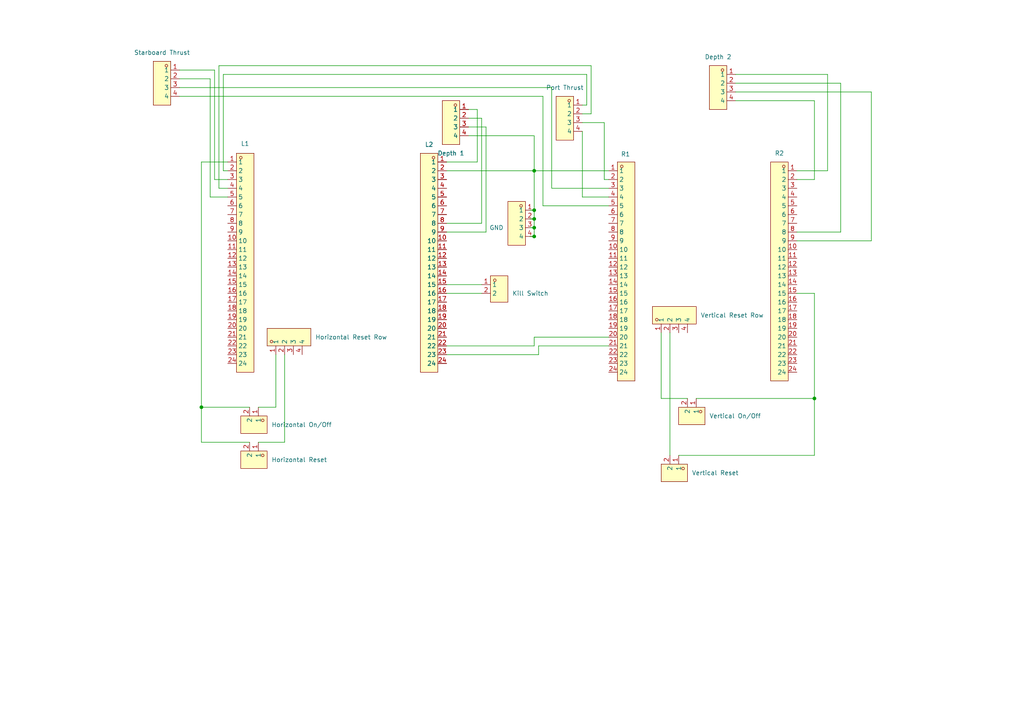
<source format=kicad_sch>
(kicad_sch
	(version 20231120)
	(generator "eeschema")
	(generator_version "8.0")
	(uuid "f2aa7725-fbe5-4131-9e57-ba21f9dfa918")
	(paper "A4")
	(lib_symbols
		(symbol "easyeda2kicad:2.54-1*4P母"
			(exclude_from_sim no)
			(in_bom yes)
			(on_board yes)
			(property "Reference" "H"
				(at 0 8.89 0)
				(effects
					(font
						(size 1.27 1.27)
					)
				)
			)
			(property "Value" "2.54-1*4P母"
				(at 0 -8.89 0)
				(effects
					(font
						(size 1.27 1.27)
					)
				)
			)
			(property "Footprint" "easyeda2kicad:HDR-TH_4P-P2.54-V-F"
				(at 0 -11.43 0)
				(effects
					(font
						(size 1.27 1.27)
					)
					(hide yes)
				)
			)
			(property "Datasheet" ""
				(at 0 0 0)
				(effects
					(font
						(size 1.27 1.27)
					)
					(hide yes)
				)
			)
			(property "Description" ""
				(at 0 0 0)
				(effects
					(font
						(size 1.27 1.27)
					)
					(hide yes)
				)
			)
			(property "LCSC Part" "C2718488"
				(at 0 -13.97 0)
				(effects
					(font
						(size 1.27 1.27)
					)
					(hide yes)
				)
			)
			(symbol "2.54-1*4P母_0_1"
				(rectangle
					(start -2.54 6.35)
					(end 2.54 -6.35)
					(stroke
						(width 0)
						(type default)
					)
					(fill
						(type background)
					)
				)
				(circle
					(center -1.27 5.08)
					(radius 0.38)
					(stroke
						(width 0)
						(type default)
					)
					(fill
						(type none)
					)
				)
				(pin unspecified line
					(at -5.08 3.81 0)
					(length 2.54)
					(name "1"
						(effects
							(font
								(size 1.27 1.27)
							)
						)
					)
					(number "1"
						(effects
							(font
								(size 1.27 1.27)
							)
						)
					)
				)
				(pin unspecified line
					(at -5.08 1.27 0)
					(length 2.54)
					(name "2"
						(effects
							(font
								(size 1.27 1.27)
							)
						)
					)
					(number "2"
						(effects
							(font
								(size 1.27 1.27)
							)
						)
					)
				)
				(pin unspecified line
					(at -5.08 -1.27 0)
					(length 2.54)
					(name "3"
						(effects
							(font
								(size 1.27 1.27)
							)
						)
					)
					(number "3"
						(effects
							(font
								(size 1.27 1.27)
							)
						)
					)
				)
				(pin unspecified line
					(at -5.08 -3.81 0)
					(length 2.54)
					(name "4"
						(effects
							(font
								(size 1.27 1.27)
							)
						)
					)
					(number "4"
						(effects
							(font
								(size 1.27 1.27)
							)
						)
					)
				)
			)
		)
		(symbol "easyeda2kicad:2510-4A"
			(exclude_from_sim no)
			(in_bom yes)
			(on_board yes)
			(property "Reference" "CN"
				(at 0 8.89 0)
				(effects
					(font
						(size 1.27 1.27)
					)
				)
			)
			(property "Value" "2510-4A"
				(at 0 -8.89 0)
				(effects
					(font
						(size 1.27 1.27)
					)
				)
			)
			(property "Footprint" "easyeda2kicad:CONN-TH_4P-P2.54_CAX_2510-4A"
				(at 0 -11.43 0)
				(effects
					(font
						(size 1.27 1.27)
					)
					(hide yes)
				)
			)
			(property "Datasheet" ""
				(at 0 0 0)
				(effects
					(font
						(size 1.27 1.27)
					)
					(hide yes)
				)
			)
			(property "Description" ""
				(at 0 0 0)
				(effects
					(font
						(size 1.27 1.27)
					)
					(hide yes)
				)
			)
			(property "LCSC Part" "C2847671"
				(at 0 -13.97 0)
				(effects
					(font
						(size 1.27 1.27)
					)
					(hide yes)
				)
			)
			(symbol "2510-4A_0_1"
				(rectangle
					(start -2.54 6.35)
					(end 2.54 -6.35)
					(stroke
						(width 0)
						(type default)
					)
					(fill
						(type background)
					)
				)
				(circle
					(center -1.27 5.08)
					(radius 0.38)
					(stroke
						(width 0)
						(type default)
					)
					(fill
						(type none)
					)
				)
				(pin unspecified line
					(at -5.08 3.81 0)
					(length 2.54)
					(name "1"
						(effects
							(font
								(size 1.27 1.27)
							)
						)
					)
					(number "1"
						(effects
							(font
								(size 1.27 1.27)
							)
						)
					)
				)
				(pin unspecified line
					(at -5.08 1.27 0)
					(length 2.54)
					(name "2"
						(effects
							(font
								(size 1.27 1.27)
							)
						)
					)
					(number "2"
						(effects
							(font
								(size 1.27 1.27)
							)
						)
					)
				)
				(pin unspecified line
					(at -5.08 -1.27 0)
					(length 2.54)
					(name "3"
						(effects
							(font
								(size 1.27 1.27)
							)
						)
					)
					(number "3"
						(effects
							(font
								(size 1.27 1.27)
							)
						)
					)
				)
				(pin unspecified line
					(at -5.08 -3.81 0)
					(length 2.54)
					(name "4"
						(effects
							(font
								(size 1.27 1.27)
							)
						)
					)
					(number "4"
						(effects
							(font
								(size 1.27 1.27)
							)
						)
					)
				)
			)
		)
		(symbol "easyeda2kicad:KF128-5.0-2P"
			(exclude_from_sim no)
			(in_bom yes)
			(on_board yes)
			(property "Reference" "U"
				(at 0 6.35 0)
				(effects
					(font
						(size 1.27 1.27)
					)
				)
			)
			(property "Value" "KF128-5.0-2P"
				(at 0 -6.35 0)
				(effects
					(font
						(size 1.27 1.27)
					)
				)
			)
			(property "Footprint" "easyeda2kicad:CONN-TH_P5.00_KF128-5.0-2P"
				(at 0 -8.89 0)
				(effects
					(font
						(size 1.27 1.27)
					)
					(hide yes)
				)
			)
			(property "Datasheet" "https://lcsc.com/product-detail/New-Quadratic-Unclassified-Data_Cixi-Kefa-Elec-KF128-5-0-2P_C474950.html"
				(at 0 -11.43 0)
				(effects
					(font
						(size 1.27 1.27)
					)
					(hide yes)
				)
			)
			(property "Description" ""
				(at 0 0 0)
				(effects
					(font
						(size 1.27 1.27)
					)
					(hide yes)
				)
			)
			(property "LCSC Part" "C474950"
				(at 0 -13.97 0)
				(effects
					(font
						(size 1.27 1.27)
					)
					(hide yes)
				)
			)
			(symbol "KF128-5.0-2P_0_1"
				(rectangle
					(start -2.54 3.81)
					(end 2.54 -3.81)
					(stroke
						(width 0)
						(type default)
					)
					(fill
						(type background)
					)
				)
				(circle
					(center -1.27 2.54)
					(radius 0.38)
					(stroke
						(width 0)
						(type default)
					)
					(fill
						(type none)
					)
				)
				(pin unspecified line
					(at -5.08 1.27 0)
					(length 2.54)
					(name "1"
						(effects
							(font
								(size 1.27 1.27)
							)
						)
					)
					(number "1"
						(effects
							(font
								(size 1.27 1.27)
							)
						)
					)
				)
				(pin unspecified line
					(at -5.08 -1.27 0)
					(length 2.54)
					(name "2"
						(effects
							(font
								(size 1.27 1.27)
							)
						)
					)
					(number "2"
						(effects
							(font
								(size 1.27 1.27)
							)
						)
					)
				)
			)
		)
		(symbol "easyeda2kicad:X6511FV-24-C85D32"
			(exclude_from_sim no)
			(in_bom yes)
			(on_board yes)
			(property "Reference" "U"
				(at 0 34.29 0)
				(effects
					(font
						(size 1.27 1.27)
					)
				)
			)
			(property "Value" "X6511FV-24-C85D32"
				(at 0 -34.29 0)
				(effects
					(font
						(size 1.27 1.27)
					)
				)
			)
			(property "Footprint" "easyeda2kicad:HDR-TH_24P-P2.54-V-F"
				(at 0 -36.83 0)
				(effects
					(font
						(size 1.27 1.27)
					)
					(hide yes)
				)
			)
			(property "Datasheet" ""
				(at 0 0 0)
				(effects
					(font
						(size 1.27 1.27)
					)
					(hide yes)
				)
			)
			(property "Description" ""
				(at 0 0 0)
				(effects
					(font
						(size 1.27 1.27)
					)
					(hide yes)
				)
			)
			(property "LCSC Part" "C2883741"
				(at 0 -39.37 0)
				(effects
					(font
						(size 1.27 1.27)
					)
					(hide yes)
				)
			)
			(symbol "X6511FV-24-C85D32_0_1"
				(rectangle
					(start -2.54 31.75)
					(end 2.54 -31.75)
					(stroke
						(width 0)
						(type default)
					)
					(fill
						(type background)
					)
				)
				(circle
					(center -1.27 30.48)
					(radius 0.38)
					(stroke
						(width 0)
						(type default)
					)
					(fill
						(type none)
					)
				)
				(pin unspecified line
					(at -5.08 29.21 0)
					(length 2.54)
					(name "1"
						(effects
							(font
								(size 1.27 1.27)
							)
						)
					)
					(number "1"
						(effects
							(font
								(size 1.27 1.27)
							)
						)
					)
				)
				(pin unspecified line
					(at -5.08 6.35 0)
					(length 2.54)
					(name "10"
						(effects
							(font
								(size 1.27 1.27)
							)
						)
					)
					(number "10"
						(effects
							(font
								(size 1.27 1.27)
							)
						)
					)
				)
				(pin unspecified line
					(at -5.08 3.81 0)
					(length 2.54)
					(name "11"
						(effects
							(font
								(size 1.27 1.27)
							)
						)
					)
					(number "11"
						(effects
							(font
								(size 1.27 1.27)
							)
						)
					)
				)
				(pin unspecified line
					(at -5.08 1.27 0)
					(length 2.54)
					(name "12"
						(effects
							(font
								(size 1.27 1.27)
							)
						)
					)
					(number "12"
						(effects
							(font
								(size 1.27 1.27)
							)
						)
					)
				)
				(pin unspecified line
					(at -5.08 -1.27 0)
					(length 2.54)
					(name "13"
						(effects
							(font
								(size 1.27 1.27)
							)
						)
					)
					(number "13"
						(effects
							(font
								(size 1.27 1.27)
							)
						)
					)
				)
				(pin unspecified line
					(at -5.08 -3.81 0)
					(length 2.54)
					(name "14"
						(effects
							(font
								(size 1.27 1.27)
							)
						)
					)
					(number "14"
						(effects
							(font
								(size 1.27 1.27)
							)
						)
					)
				)
				(pin unspecified line
					(at -5.08 -6.35 0)
					(length 2.54)
					(name "15"
						(effects
							(font
								(size 1.27 1.27)
							)
						)
					)
					(number "15"
						(effects
							(font
								(size 1.27 1.27)
							)
						)
					)
				)
				(pin unspecified line
					(at -5.08 -8.89 0)
					(length 2.54)
					(name "16"
						(effects
							(font
								(size 1.27 1.27)
							)
						)
					)
					(number "16"
						(effects
							(font
								(size 1.27 1.27)
							)
						)
					)
				)
				(pin unspecified line
					(at -5.08 -11.43 0)
					(length 2.54)
					(name "17"
						(effects
							(font
								(size 1.27 1.27)
							)
						)
					)
					(number "17"
						(effects
							(font
								(size 1.27 1.27)
							)
						)
					)
				)
				(pin unspecified line
					(at -5.08 -13.97 0)
					(length 2.54)
					(name "18"
						(effects
							(font
								(size 1.27 1.27)
							)
						)
					)
					(number "18"
						(effects
							(font
								(size 1.27 1.27)
							)
						)
					)
				)
				(pin unspecified line
					(at -5.08 -16.51 0)
					(length 2.54)
					(name "19"
						(effects
							(font
								(size 1.27 1.27)
							)
						)
					)
					(number "19"
						(effects
							(font
								(size 1.27 1.27)
							)
						)
					)
				)
				(pin unspecified line
					(at -5.08 26.67 0)
					(length 2.54)
					(name "2"
						(effects
							(font
								(size 1.27 1.27)
							)
						)
					)
					(number "2"
						(effects
							(font
								(size 1.27 1.27)
							)
						)
					)
				)
				(pin unspecified line
					(at -5.08 -19.05 0)
					(length 2.54)
					(name "20"
						(effects
							(font
								(size 1.27 1.27)
							)
						)
					)
					(number "20"
						(effects
							(font
								(size 1.27 1.27)
							)
						)
					)
				)
				(pin unspecified line
					(at -5.08 -21.59 0)
					(length 2.54)
					(name "21"
						(effects
							(font
								(size 1.27 1.27)
							)
						)
					)
					(number "21"
						(effects
							(font
								(size 1.27 1.27)
							)
						)
					)
				)
				(pin unspecified line
					(at -5.08 -24.13 0)
					(length 2.54)
					(name "22"
						(effects
							(font
								(size 1.27 1.27)
							)
						)
					)
					(number "22"
						(effects
							(font
								(size 1.27 1.27)
							)
						)
					)
				)
				(pin unspecified line
					(at -5.08 -26.67 0)
					(length 2.54)
					(name "23"
						(effects
							(font
								(size 1.27 1.27)
							)
						)
					)
					(number "23"
						(effects
							(font
								(size 1.27 1.27)
							)
						)
					)
				)
				(pin unspecified line
					(at -5.08 -29.21 0)
					(length 2.54)
					(name "24"
						(effects
							(font
								(size 1.27 1.27)
							)
						)
					)
					(number "24"
						(effects
							(font
								(size 1.27 1.27)
							)
						)
					)
				)
				(pin unspecified line
					(at -5.08 24.13 0)
					(length 2.54)
					(name "3"
						(effects
							(font
								(size 1.27 1.27)
							)
						)
					)
					(number "3"
						(effects
							(font
								(size 1.27 1.27)
							)
						)
					)
				)
				(pin unspecified line
					(at -5.08 21.59 0)
					(length 2.54)
					(name "4"
						(effects
							(font
								(size 1.27 1.27)
							)
						)
					)
					(number "4"
						(effects
							(font
								(size 1.27 1.27)
							)
						)
					)
				)
				(pin unspecified line
					(at -5.08 19.05 0)
					(length 2.54)
					(name "5"
						(effects
							(font
								(size 1.27 1.27)
							)
						)
					)
					(number "5"
						(effects
							(font
								(size 1.27 1.27)
							)
						)
					)
				)
				(pin unspecified line
					(at -5.08 16.51 0)
					(length 2.54)
					(name "6"
						(effects
							(font
								(size 1.27 1.27)
							)
						)
					)
					(number "6"
						(effects
							(font
								(size 1.27 1.27)
							)
						)
					)
				)
				(pin unspecified line
					(at -5.08 13.97 0)
					(length 2.54)
					(name "7"
						(effects
							(font
								(size 1.27 1.27)
							)
						)
					)
					(number "7"
						(effects
							(font
								(size 1.27 1.27)
							)
						)
					)
				)
				(pin unspecified line
					(at -5.08 11.43 0)
					(length 2.54)
					(name "8"
						(effects
							(font
								(size 1.27 1.27)
							)
						)
					)
					(number "8"
						(effects
							(font
								(size 1.27 1.27)
							)
						)
					)
				)
				(pin unspecified line
					(at -5.08 8.89 0)
					(length 2.54)
					(name "9"
						(effects
							(font
								(size 1.27 1.27)
							)
						)
					)
					(number "9"
						(effects
							(font
								(size 1.27 1.27)
							)
						)
					)
				)
			)
		)
	)
	(junction
		(at 154.94 49.53)
		(diameter 0)
		(color 0 0 0 0)
		(uuid "22810a35-883f-4742-9849-84f82e1d4e31")
	)
	(junction
		(at 58.42 118.11)
		(diameter 0)
		(color 0 0 0 0)
		(uuid "2d484684-9516-4411-a0ec-a62e1192355c")
	)
	(junction
		(at 154.94 60.96)
		(diameter 0)
		(color 0 0 0 0)
		(uuid "5b28f6dc-6cf7-4945-89c6-ca95d3fa9d32")
	)
	(junction
		(at 154.94 63.5)
		(diameter 0)
		(color 0 0 0 0)
		(uuid "5f1b0487-7dfb-4a1c-9b77-a848346a53fd")
	)
	(junction
		(at 154.94 68.58)
		(diameter 0)
		(color 0 0 0 0)
		(uuid "864a30c5-4e88-4189-9a2d-85c26ebde44c")
	)
	(junction
		(at 236.22 115.57)
		(diameter 0)
		(color 0 0 0 0)
		(uuid "9cdeeba6-df50-4367-a206-b5f0c9b66fab")
	)
	(junction
		(at 154.94 66.04)
		(diameter 0)
		(color 0 0 0 0)
		(uuid "eb2e9b0d-be77-45e9-85be-a978d06ef7fa")
	)
	(wire
		(pts
			(xy 168.91 33.02) (xy 171.45 33.02)
		)
		(stroke
			(width 0)
			(type default)
		)
		(uuid "02638c44-ffc9-42a1-9d66-df7c0e3c27ba")
	)
	(wire
		(pts
			(xy 64.77 49.53) (xy 66.04 49.53)
		)
		(stroke
			(width 0)
			(type default)
		)
		(uuid "048a7348-dcee-4013-8f51-05eb2322ff78")
	)
	(wire
		(pts
			(xy 176.53 52.07) (xy 175.26 52.07)
		)
		(stroke
			(width 0)
			(type default)
		)
		(uuid "066bd8c5-fbba-44c3-9fab-9d4a8d291dc3")
	)
	(wire
		(pts
			(xy 154.94 66.04) (xy 154.94 63.5)
		)
		(stroke
			(width 0)
			(type default)
		)
		(uuid "084c5902-8875-4965-bab6-74c7017195c5")
	)
	(wire
		(pts
			(xy 213.36 24.13) (xy 243.84 24.13)
		)
		(stroke
			(width 0)
			(type default)
		)
		(uuid "09b32e74-88d5-4e2b-b92c-caa53136553c")
	)
	(wire
		(pts
			(xy 52.07 22.86) (xy 60.96 22.86)
		)
		(stroke
			(width 0)
			(type default)
		)
		(uuid "0a89d6f6-3918-4aea-82d8-8dce4d64bc06")
	)
	(wire
		(pts
			(xy 171.45 19.05) (xy 63.5 19.05)
		)
		(stroke
			(width 0)
			(type default)
		)
		(uuid "0d2d75c7-5d9e-4455-9a85-c1ba3b7d7213")
	)
	(wire
		(pts
			(xy 240.03 21.59) (xy 240.03 49.53)
		)
		(stroke
			(width 0)
			(type default)
		)
		(uuid "0f4cfe72-5b96-47cc-9a96-f542d138663a")
	)
	(wire
		(pts
			(xy 135.89 34.29) (xy 139.7 34.29)
		)
		(stroke
			(width 0)
			(type default)
		)
		(uuid "11c1723e-38de-4815-910e-c107175f5808")
	)
	(wire
		(pts
			(xy 236.22 29.21) (xy 236.22 52.07)
		)
		(stroke
			(width 0)
			(type default)
		)
		(uuid "12fd3fe7-cc8c-4b8e-8b1d-645c4c653cea")
	)
	(wire
		(pts
			(xy 129.54 100.33) (xy 154.94 100.33)
		)
		(stroke
			(width 0)
			(type default)
		)
		(uuid "1c862172-222e-40d2-9b88-f5f1b566d9cd")
	)
	(wire
		(pts
			(xy 153.67 60.96) (xy 154.94 60.96)
		)
		(stroke
			(width 0)
			(type default)
		)
		(uuid "1cf0ab1a-7990-4307-8b58-fe1930b6b51f")
	)
	(wire
		(pts
			(xy 80.01 118.11) (xy 80.01 102.87)
		)
		(stroke
			(width 0)
			(type default)
		)
		(uuid "1d910f94-0933-4aa6-a1ed-67291e7f4fef")
	)
	(wire
		(pts
			(xy 196.85 132.08) (xy 236.22 132.08)
		)
		(stroke
			(width 0)
			(type default)
		)
		(uuid "202ec2bd-23b5-4076-9002-2e5c2d6be26d")
	)
	(wire
		(pts
			(xy 175.26 35.56) (xy 168.91 35.56)
		)
		(stroke
			(width 0)
			(type default)
		)
		(uuid "2159592b-c647-43c6-85ef-35d3fd7380e8")
	)
	(wire
		(pts
			(xy 72.39 118.11) (xy 58.42 118.11)
		)
		(stroke
			(width 0)
			(type default)
		)
		(uuid "227237f8-32cc-4e60-be1d-4edc68467402")
	)
	(wire
		(pts
			(xy 82.55 128.27) (xy 82.55 102.87)
		)
		(stroke
			(width 0)
			(type default)
		)
		(uuid "2bda2894-ea95-4663-88e9-ba00154b68c0")
	)
	(wire
		(pts
			(xy 66.04 46.99) (xy 58.42 46.99)
		)
		(stroke
			(width 0)
			(type default)
		)
		(uuid "2c3dd5ce-42e2-4ef7-8d40-0c0f643081f2")
	)
	(wire
		(pts
			(xy 154.94 68.58) (xy 153.67 68.58)
		)
		(stroke
			(width 0)
			(type default)
		)
		(uuid "2d850cf5-f74f-4bd2-a1b9-303f0ac844de")
	)
	(wire
		(pts
			(xy 139.7 34.29) (xy 139.7 64.77)
		)
		(stroke
			(width 0)
			(type default)
		)
		(uuid "2e502ce6-1039-405d-a8e6-5e8a2129e4fe")
	)
	(wire
		(pts
			(xy 154.94 66.04) (xy 154.94 68.58)
		)
		(stroke
			(width 0)
			(type default)
		)
		(uuid "2ff4c067-e971-43e3-a967-9209c35a0524")
	)
	(wire
		(pts
			(xy 52.07 20.32) (xy 62.23 20.32)
		)
		(stroke
			(width 0)
			(type default)
		)
		(uuid "32a39a26-04ca-4622-9efb-0688e6f56f00")
	)
	(wire
		(pts
			(xy 138.43 31.75) (xy 135.89 31.75)
		)
		(stroke
			(width 0)
			(type default)
		)
		(uuid "392d266c-7375-4c92-a2b3-165bfab9dfea")
	)
	(wire
		(pts
			(xy 129.54 85.09) (xy 139.7 85.09)
		)
		(stroke
			(width 0)
			(type default)
		)
		(uuid "3c40d039-5bc5-4da8-92ae-190f049dd2e1")
	)
	(wire
		(pts
			(xy 58.42 118.11) (xy 58.42 128.27)
		)
		(stroke
			(width 0)
			(type default)
		)
		(uuid "3e42b637-480b-47a6-a47c-c9def45ffbc4")
	)
	(wire
		(pts
			(xy 252.73 26.67) (xy 252.73 69.85)
		)
		(stroke
			(width 0)
			(type default)
		)
		(uuid "3e6ada17-9bab-4963-aefb-bda06974b6aa")
	)
	(wire
		(pts
			(xy 168.91 38.1) (xy 168.91 57.15)
		)
		(stroke
			(width 0)
			(type default)
		)
		(uuid "431a25d5-52b6-405b-90e2-5281252058f6")
	)
	(wire
		(pts
			(xy 62.23 20.32) (xy 62.23 52.07)
		)
		(stroke
			(width 0)
			(type default)
		)
		(uuid "486ccce4-f687-46eb-bd24-cd583d0d52bb")
	)
	(wire
		(pts
			(xy 243.84 24.13) (xy 243.84 67.31)
		)
		(stroke
			(width 0)
			(type default)
		)
		(uuid "499a37df-7fa3-4c58-b81e-aa0b5d9f53b3")
	)
	(wire
		(pts
			(xy 231.14 69.85) (xy 252.73 69.85)
		)
		(stroke
			(width 0)
			(type default)
		)
		(uuid "4a758744-88c1-44ca-bb78-df0af0ac76ad")
	)
	(wire
		(pts
			(xy 213.36 26.67) (xy 252.73 26.67)
		)
		(stroke
			(width 0)
			(type default)
		)
		(uuid "5380fc82-82de-486b-8f49-284c3bd030ae")
	)
	(wire
		(pts
			(xy 157.48 27.94) (xy 52.07 27.94)
		)
		(stroke
			(width 0)
			(type default)
		)
		(uuid "55c5e679-52b1-46ef-84fa-b8da0cdda08a")
	)
	(wire
		(pts
			(xy 153.67 66.04) (xy 154.94 66.04)
		)
		(stroke
			(width 0)
			(type default)
		)
		(uuid "5f055909-bf88-4f2b-ab97-79c1dab4c107")
	)
	(wire
		(pts
			(xy 60.96 57.15) (xy 66.04 57.15)
		)
		(stroke
			(width 0)
			(type default)
		)
		(uuid "62463b72-0291-454c-bd16-678627f879a3")
	)
	(wire
		(pts
			(xy 154.94 39.37) (xy 154.94 49.53)
		)
		(stroke
			(width 0)
			(type default)
		)
		(uuid "70508b4e-9edb-401f-b4b5-286727cecea8")
	)
	(wire
		(pts
			(xy 154.94 49.53) (xy 154.94 60.96)
		)
		(stroke
			(width 0)
			(type default)
		)
		(uuid "74e30868-9310-43c1-bb5d-2ffaf9fe96e5")
	)
	(wire
		(pts
			(xy 129.54 67.31) (xy 140.97 67.31)
		)
		(stroke
			(width 0)
			(type default)
		)
		(uuid "7b69ff4d-f119-4d26-91d8-3d8d61c5ccb9")
	)
	(wire
		(pts
			(xy 64.77 21.59) (xy 64.77 49.53)
		)
		(stroke
			(width 0)
			(type default)
		)
		(uuid "80a85c3c-2129-48a3-8b5e-375253a38396")
	)
	(wire
		(pts
			(xy 170.18 30.48) (xy 170.18 21.59)
		)
		(stroke
			(width 0)
			(type default)
		)
		(uuid "8117ff41-7667-416b-b986-d9ac16c572c8")
	)
	(wire
		(pts
			(xy 168.91 57.15) (xy 176.53 57.15)
		)
		(stroke
			(width 0)
			(type default)
		)
		(uuid "83f8205e-ab0f-430f-b8df-6738f44d5fe4")
	)
	(wire
		(pts
			(xy 58.42 128.27) (xy 72.39 128.27)
		)
		(stroke
			(width 0)
			(type default)
		)
		(uuid "861e0ecf-fe05-46e7-9b3a-20e46a9fa5a7")
	)
	(wire
		(pts
			(xy 236.22 85.09) (xy 236.22 115.57)
		)
		(stroke
			(width 0)
			(type default)
		)
		(uuid "882013ec-6640-4e3b-9b99-aa42275328ba")
	)
	(wire
		(pts
			(xy 156.21 100.33) (xy 176.53 100.33)
		)
		(stroke
			(width 0)
			(type default)
		)
		(uuid "8b8ece43-1fbe-4dc6-9416-8ca1329269d4")
	)
	(wire
		(pts
			(xy 140.97 36.83) (xy 135.89 36.83)
		)
		(stroke
			(width 0)
			(type default)
		)
		(uuid "8ff010da-eadb-4e99-be02-f8a7b1cb468c")
	)
	(wire
		(pts
			(xy 58.42 46.99) (xy 58.42 118.11)
		)
		(stroke
			(width 0)
			(type default)
		)
		(uuid "903e3823-6552-4df9-9bc8-4228c22b41a9")
	)
	(wire
		(pts
			(xy 213.36 21.59) (xy 240.03 21.59)
		)
		(stroke
			(width 0)
			(type default)
		)
		(uuid "905ded2d-a8f7-43e4-b9e7-08c36866dea4")
	)
	(wire
		(pts
			(xy 170.18 21.59) (xy 64.77 21.59)
		)
		(stroke
			(width 0)
			(type default)
		)
		(uuid "94faa94c-58fe-47c5-a1d3-555333df31a6")
	)
	(wire
		(pts
			(xy 154.94 49.53) (xy 176.53 49.53)
		)
		(stroke
			(width 0)
			(type default)
		)
		(uuid "953d1f5d-143e-491d-9757-9e1fa2b98c69")
	)
	(wire
		(pts
			(xy 135.89 39.37) (xy 154.94 39.37)
		)
		(stroke
			(width 0)
			(type default)
		)
		(uuid "96790dee-1ac5-4c5a-92d0-422bc0240c4c")
	)
	(wire
		(pts
			(xy 191.77 115.57) (xy 199.39 115.57)
		)
		(stroke
			(width 0)
			(type default)
		)
		(uuid "997ea0d9-4508-412c-ae9b-5eaa3159618f")
	)
	(wire
		(pts
			(xy 52.07 25.4) (xy 160.02 25.4)
		)
		(stroke
			(width 0)
			(type default)
		)
		(uuid "9d437736-c308-4be8-ac59-65d1dfdb452d")
	)
	(wire
		(pts
			(xy 63.5 54.61) (xy 66.04 54.61)
		)
		(stroke
			(width 0)
			(type default)
		)
		(uuid "a014dcd0-f8d7-476a-872c-545eb756caf3")
	)
	(wire
		(pts
			(xy 156.21 102.87) (xy 156.21 100.33)
		)
		(stroke
			(width 0)
			(type default)
		)
		(uuid "a07d4919-3bb1-4085-a85b-35de23ceac90")
	)
	(wire
		(pts
			(xy 171.45 33.02) (xy 171.45 19.05)
		)
		(stroke
			(width 0)
			(type default)
		)
		(uuid "a3134140-f4fd-4185-878f-3f99a2b724bc")
	)
	(wire
		(pts
			(xy 160.02 54.61) (xy 176.53 54.61)
		)
		(stroke
			(width 0)
			(type default)
		)
		(uuid "a4964882-2f0c-490f-afd5-6bb456df0c56")
	)
	(wire
		(pts
			(xy 60.96 22.86) (xy 60.96 57.15)
		)
		(stroke
			(width 0)
			(type default)
		)
		(uuid "a4b3ce9f-f9f8-4dbf-a75d-af4303a0630c")
	)
	(wire
		(pts
			(xy 153.67 63.5) (xy 154.94 63.5)
		)
		(stroke
			(width 0)
			(type default)
		)
		(uuid "a954eddd-e51a-4842-bd18-865ac3b6afe4")
	)
	(wire
		(pts
			(xy 74.93 128.27) (xy 82.55 128.27)
		)
		(stroke
			(width 0)
			(type default)
		)
		(uuid "aca39ce9-4d76-4e2e-bc79-a84bd962d9b7")
	)
	(wire
		(pts
			(xy 129.54 102.87) (xy 156.21 102.87)
		)
		(stroke
			(width 0)
			(type default)
		)
		(uuid "acb40444-3814-4aeb-9d36-06cf510a2739")
	)
	(wire
		(pts
			(xy 154.94 63.5) (xy 154.94 60.96)
		)
		(stroke
			(width 0)
			(type default)
		)
		(uuid "b4eaf500-9987-429a-bd5e-071958781fba")
	)
	(wire
		(pts
			(xy 129.54 49.53) (xy 154.94 49.53)
		)
		(stroke
			(width 0)
			(type default)
		)
		(uuid "b6e21cff-a9eb-4938-9a04-07d6e7463b04")
	)
	(wire
		(pts
			(xy 154.94 100.33) (xy 154.94 97.79)
		)
		(stroke
			(width 0)
			(type default)
		)
		(uuid "b7d0be4b-c40b-46f4-80d7-f41cdf5b0316")
	)
	(wire
		(pts
			(xy 62.23 52.07) (xy 66.04 52.07)
		)
		(stroke
			(width 0)
			(type default)
		)
		(uuid "bdecfd1b-e4f8-4e2e-b2e0-55edd2cfa7e7")
	)
	(wire
		(pts
			(xy 168.91 30.48) (xy 170.18 30.48)
		)
		(stroke
			(width 0)
			(type default)
		)
		(uuid "beaa557a-2eb3-4977-aa46-f65e3abde914")
	)
	(wire
		(pts
			(xy 194.31 96.52) (xy 194.31 132.08)
		)
		(stroke
			(width 0)
			(type default)
		)
		(uuid "c9e76b4b-85c6-4e77-8d3a-7e83cd17d8da")
	)
	(wire
		(pts
			(xy 176.53 59.69) (xy 157.48 59.69)
		)
		(stroke
			(width 0)
			(type default)
		)
		(uuid "cb59f544-335a-4a9c-ab36-9b5a0a8cd174")
	)
	(wire
		(pts
			(xy 129.54 82.55) (xy 139.7 82.55)
		)
		(stroke
			(width 0)
			(type default)
		)
		(uuid "cb6bcc89-7e5e-432f-95bc-b0c7b95bbcf2")
	)
	(wire
		(pts
			(xy 231.14 49.53) (xy 240.03 49.53)
		)
		(stroke
			(width 0)
			(type default)
		)
		(uuid "cd1c84e2-1c5c-4e0e-8a5d-76b0b6db5aab")
	)
	(wire
		(pts
			(xy 139.7 64.77) (xy 129.54 64.77)
		)
		(stroke
			(width 0)
			(type default)
		)
		(uuid "ce62791f-caaa-4900-af45-7c4effabfbe3")
	)
	(wire
		(pts
			(xy 231.14 85.09) (xy 236.22 85.09)
		)
		(stroke
			(width 0)
			(type default)
		)
		(uuid "d092f501-bd93-4b16-ade9-e24d0be35d73")
	)
	(wire
		(pts
			(xy 231.14 67.31) (xy 243.84 67.31)
		)
		(stroke
			(width 0)
			(type default)
		)
		(uuid "d1affc2a-8e3d-46df-ba7b-ab1e3ada68d9")
	)
	(wire
		(pts
			(xy 160.02 25.4) (xy 160.02 54.61)
		)
		(stroke
			(width 0)
			(type default)
		)
		(uuid "d356b3fb-7f62-4de0-88e0-a06709b551d2")
	)
	(wire
		(pts
			(xy 236.22 115.57) (xy 236.22 132.08)
		)
		(stroke
			(width 0)
			(type default)
		)
		(uuid "da037451-8d18-4ae1-a8d5-eba2aa6ee640")
	)
	(wire
		(pts
			(xy 191.77 96.52) (xy 191.77 115.57)
		)
		(stroke
			(width 0)
			(type default)
		)
		(uuid "db18bfef-3010-49e5-9d2a-c7e6d6cf21a4")
	)
	(wire
		(pts
			(xy 129.54 46.99) (xy 138.43 46.99)
		)
		(stroke
			(width 0)
			(type default)
		)
		(uuid "db581475-2f6a-4cc5-949f-c4608f8be007")
	)
	(wire
		(pts
			(xy 74.93 118.11) (xy 80.01 118.11)
		)
		(stroke
			(width 0)
			(type default)
		)
		(uuid "df0af709-12b9-4607-9cd6-0046121d80d9")
	)
	(wire
		(pts
			(xy 63.5 19.05) (xy 63.5 54.61)
		)
		(stroke
			(width 0)
			(type default)
		)
		(uuid "e0410916-e0ea-4b81-90c3-c9678c923e49")
	)
	(wire
		(pts
			(xy 157.48 59.69) (xy 157.48 27.94)
		)
		(stroke
			(width 0)
			(type default)
		)
		(uuid "e6e661e7-bafb-4977-8d34-021424c0dd70")
	)
	(wire
		(pts
			(xy 138.43 46.99) (xy 138.43 31.75)
		)
		(stroke
			(width 0)
			(type default)
		)
		(uuid "e73aaf6e-dc9c-4602-bac1-25d78e3c8b4c")
	)
	(wire
		(pts
			(xy 140.97 67.31) (xy 140.97 36.83)
		)
		(stroke
			(width 0)
			(type default)
		)
		(uuid "ea8159d7-1930-4be7-884a-8ff31386f39b")
	)
	(wire
		(pts
			(xy 201.93 115.57) (xy 236.22 115.57)
		)
		(stroke
			(width 0)
			(type default)
		)
		(uuid "edbe10a0-7518-41e9-bbdc-9a8a820ff4bb")
	)
	(wire
		(pts
			(xy 154.94 97.79) (xy 176.53 97.79)
		)
		(stroke
			(width 0)
			(type default)
		)
		(uuid "ede1daa0-fca0-43a2-91f7-34561a0ba39c")
	)
	(wire
		(pts
			(xy 236.22 52.07) (xy 231.14 52.07)
		)
		(stroke
			(width 0)
			(type default)
		)
		(uuid "f1fa9f2b-6d75-4982-967d-f3bb5e1abd4b")
	)
	(wire
		(pts
			(xy 213.36 29.21) (xy 236.22 29.21)
		)
		(stroke
			(width 0)
			(type default)
		)
		(uuid "fb7d8e53-9b4a-461a-888c-0e01c646c204")
	)
	(wire
		(pts
			(xy 175.26 52.07) (xy 175.26 35.56)
		)
		(stroke
			(width 0)
			(type default)
		)
		(uuid "ff58c71e-3a98-4f14-bedc-02b0bc521137")
	)
	(symbol
		(lib_id "easyeda2kicad:2.54-1*4P母")
		(at 208.28 25.4 0)
		(mirror y)
		(unit 1)
		(exclude_from_sim no)
		(in_bom yes)
		(on_board yes)
		(dnp no)
		(fields_autoplaced yes)
		(uuid "140d9fce-3902-42b1-9cf7-eca2e6eaf7f2")
		(property "Reference" "Depth2"
			(at 204.47 24.1299 0)
			(effects
				(font
					(size 1.27 1.27)
				)
				(justify left)
				(hide yes)
			)
		)
		(property "Value" "Depth 2"
			(at 208.28 16.51 0)
			(effects
				(font
					(size 1.27 1.27)
				)
			)
		)
		(property "Footprint" "easyeda2kicad:HDR-TH_4P-P2.54-V-F"
			(at 208.28 36.83 0)
			(effects
				(font
					(size 1.27 1.27)
				)
				(hide yes)
			)
		)
		(property "Datasheet" ""
			(at 208.28 25.4 0)
			(effects
				(font
					(size 1.27 1.27)
				)
				(hide yes)
			)
		)
		(property "Description" ""
			(at 208.28 25.4 0)
			(effects
				(font
					(size 1.27 1.27)
				)
				(hide yes)
			)
		)
		(property "LCSC Part" "C2718488"
			(at 208.28 39.37 0)
			(effects
				(font
					(size 1.27 1.27)
				)
				(hide yes)
			)
		)
		(pin "3"
			(uuid "1b1884c6-8911-4f86-9809-5732976fb0e6")
		)
		(pin "1"
			(uuid "13c0abeb-617d-480d-acc7-0cecd88ea1b2")
		)
		(pin "2"
			(uuid "05888886-01a0-4628-a102-7b51784fbfed")
		)
		(pin "4"
			(uuid "274088b2-004b-4546-935e-5a44a7b98c8d")
		)
		(instances
			(project "project_pcb"
				(path "/f2aa7725-fbe5-4131-9e57-ba21f9dfa918"
					(reference "Depth2")
					(unit 1)
				)
			)
		)
	)
	(symbol
		(lib_id "easyeda2kicad:KF128-5.0-2P")
		(at 73.66 123.19 270)
		(unit 1)
		(exclude_from_sim no)
		(in_bom yes)
		(on_board yes)
		(dnp no)
		(fields_autoplaced yes)
		(uuid "30b71d1d-fb64-4428-9ae4-953604338576")
		(property "Reference" "Kill_Switch4"
			(at 74.9301 127 0)
			(effects
				(font
					(size 1.27 1.27)
				)
				(justify left)
				(hide yes)
			)
		)
		(property "Value" "Horizontal On/Off"
			(at 78.74 123.1899 90)
			(effects
				(font
					(size 1.27 1.27)
				)
				(justify left)
			)
		)
		(property "Footprint" "easyeda2kicad:CONN-TH_P5.00_KF128-5.0-2P"
			(at 64.77 123.19 0)
			(effects
				(font
					(size 1.27 1.27)
				)
				(hide yes)
			)
		)
		(property "Datasheet" "https://lcsc.com/product-detail/New-Quadratic-Unclassified-Data_Cixi-Kefa-Elec-KF128-5-0-2P_C474950.html"
			(at 62.23 123.19 0)
			(effects
				(font
					(size 1.27 1.27)
				)
				(hide yes)
			)
		)
		(property "Description" ""
			(at 73.66 123.19 0)
			(effects
				(font
					(size 1.27 1.27)
				)
				(hide yes)
			)
		)
		(property "LCSC Part" "C474950"
			(at 59.69 123.19 0)
			(effects
				(font
					(size 1.27 1.27)
				)
				(hide yes)
			)
		)
		(pin "2"
			(uuid "438c4d15-4352-43fe-a870-8f1842223d8d")
		)
		(pin "1"
			(uuid "2f813b8b-7e0a-4de4-98d3-d0ab66bee117")
		)
		(instances
			(project "project_pcb"
				(path "/f2aa7725-fbe5-4131-9e57-ba21f9dfa918"
					(reference "Kill_Switch4")
					(unit 1)
				)
			)
		)
	)
	(symbol
		(lib_id "easyeda2kicad:KF128-5.0-2P")
		(at 73.66 133.35 270)
		(unit 1)
		(exclude_from_sim no)
		(in_bom yes)
		(on_board yes)
		(dnp no)
		(fields_autoplaced yes)
		(uuid "3ca5122a-6928-48d3-98be-4209ccecddfb")
		(property "Reference" "Kill_Switch2"
			(at 74.9301 137.16 0)
			(effects
				(font
					(size 1.27 1.27)
				)
				(justify left)
				(hide yes)
			)
		)
		(property "Value" "Horizontal Reset"
			(at 78.74 133.3499 90)
			(effects
				(font
					(size 1.27 1.27)
				)
				(justify left)
			)
		)
		(property "Footprint" "easyeda2kicad:CONN-TH_P5.00_KF128-5.0-2P"
			(at 64.77 133.35 0)
			(effects
				(font
					(size 1.27 1.27)
				)
				(hide yes)
			)
		)
		(property "Datasheet" "https://lcsc.com/product-detail/New-Quadratic-Unclassified-Data_Cixi-Kefa-Elec-KF128-5-0-2P_C474950.html"
			(at 62.23 133.35 0)
			(effects
				(font
					(size 1.27 1.27)
				)
				(hide yes)
			)
		)
		(property "Description" ""
			(at 73.66 133.35 0)
			(effects
				(font
					(size 1.27 1.27)
				)
				(hide yes)
			)
		)
		(property "LCSC Part" "C474950"
			(at 59.69 133.35 0)
			(effects
				(font
					(size 1.27 1.27)
				)
				(hide yes)
			)
		)
		(pin "2"
			(uuid "4c19fdf1-f4d9-4892-a29e-ccd5df042c44")
		)
		(pin "1"
			(uuid "1f68d25f-c456-454a-b2b2-6eeeed5bd9ce")
		)
		(instances
			(project "project_pcb"
				(path "/f2aa7725-fbe5-4131-9e57-ba21f9dfa918"
					(reference "Kill_Switch2")
					(unit 1)
				)
			)
		)
	)
	(symbol
		(lib_id "easyeda2kicad:X6511FV-24-C85D32")
		(at 226.06 78.74 0)
		(mirror y)
		(unit 1)
		(exclude_from_sim no)
		(in_bom yes)
		(on_board yes)
		(dnp no)
		(fields_autoplaced yes)
		(uuid "44168747-b850-4df2-8e1b-bfdccd80d577")
		(property "Reference" "U4"
			(at 226.06 41.91 0)
			(effects
				(font
					(size 1.27 1.27)
				)
				(hide yes)
			)
		)
		(property "Value" "R2"
			(at 226.06 44.45 0)
			(effects
				(font
					(size 1.27 1.27)
				)
			)
		)
		(property "Footprint" "easyeda2kicad:HDR-TH_24P-P2.54-V-F"
			(at 226.06 115.57 0)
			(effects
				(font
					(size 1.27 1.27)
				)
				(hide yes)
			)
		)
		(property "Datasheet" ""
			(at 226.06 78.74 0)
			(effects
				(font
					(size 1.27 1.27)
				)
				(hide yes)
			)
		)
		(property "Description" ""
			(at 226.06 78.74 0)
			(effects
				(font
					(size 1.27 1.27)
				)
				(hide yes)
			)
		)
		(property "LCSC Part" "C2883741"
			(at 226.06 118.11 0)
			(effects
				(font
					(size 1.27 1.27)
				)
				(hide yes)
			)
		)
		(pin "8"
			(uuid "62376521-aee7-433d-996d-b016f97e30c4")
		)
		(pin "9"
			(uuid "1626c8de-8cf4-46be-b598-f4bcf874ea21")
		)
		(pin "12"
			(uuid "05e4e08c-dd52-4f3a-8359-dbe9871fdd73")
		)
		(pin "13"
			(uuid "9a890c6c-a9d0-44a0-8798-d6801d110c30")
		)
		(pin "15"
			(uuid "bfae6c63-a953-410f-ac3b-2ea3a54b8b37")
		)
		(pin "11"
			(uuid "d178cea9-0aae-4861-9019-78e8c88a5df2")
		)
		(pin "16"
			(uuid "3ecb76b5-6faf-4649-8583-290b2f6aee9e")
		)
		(pin "17"
			(uuid "e5166a46-4568-4435-82b2-8f174553f7c2")
		)
		(pin "18"
			(uuid "fbf28425-f8a9-425d-b802-821d3ffe6dc5")
		)
		(pin "19"
			(uuid "c90796c2-2f55-4ebf-ae70-0ebdf4ecd8b5")
		)
		(pin "2"
			(uuid "d0b2a54f-22a0-4a5b-a673-b9ee5a7fede3")
		)
		(pin "1"
			(uuid "16b5902a-826e-42ef-b4b9-e0a90b3a20bb")
		)
		(pin "14"
			(uuid "835c8e22-592a-4543-9c7e-aa5bb86bdda4")
		)
		(pin "10"
			(uuid "233ebc47-9959-4580-b0eb-3d22d30ee179")
		)
		(pin "20"
			(uuid "9c341ddb-41de-4f3a-b2e1-3f7393c9caa7")
		)
		(pin "22"
			(uuid "a66188a2-a693-48ca-b98f-7457a8741f53")
		)
		(pin "23"
			(uuid "72b589c9-2b35-4b69-8c80-8cd13fd431ae")
		)
		(pin "24"
			(uuid "173b7ae3-f20f-42bc-b8b5-280c34d0edc9")
		)
		(pin "3"
			(uuid "9e040fef-b950-4bfc-b19c-d823b17c35e2")
		)
		(pin "21"
			(uuid "e9ff56db-2b10-46d7-a1ae-91c62ae6c065")
		)
		(pin "5"
			(uuid "46c33a3a-f6bf-4e00-b8e4-e79f6dd9f4f9")
		)
		(pin "4"
			(uuid "2e2d1ce4-461a-4e14-8a4a-28537c9673f1")
		)
		(pin "6"
			(uuid "b7115a82-f5c8-44dc-980d-98b98cb9a36b")
		)
		(pin "7"
			(uuid "bfeca00a-8d4b-46bb-aab5-e63098799b99")
		)
		(instances
			(project "project_pcb"
				(path "/f2aa7725-fbe5-4131-9e57-ba21f9dfa918"
					(reference "U4")
					(unit 1)
				)
			)
		)
	)
	(symbol
		(lib_id "easyeda2kicad:2510-4A")
		(at 163.83 34.29 0)
		(mirror y)
		(unit 1)
		(exclude_from_sim no)
		(in_bom yes)
		(on_board yes)
		(dnp no)
		(fields_autoplaced yes)
		(uuid "46164479-b7d1-4c79-a61f-aea4344f943a")
		(property "Reference" "CN3"
			(at 160.02 33.0199 0)
			(effects
				(font
					(size 1.27 1.27)
				)
				(justify left)
				(hide yes)
			)
		)
		(property "Value" "Port Thrust"
			(at 163.83 25.4 0)
			(effects
				(font
					(size 1.27 1.27)
				)
			)
		)
		(property "Footprint" "easyeda2kicad:CONN-TH_4P-P2.54_CAX_2510-4A"
			(at 163.83 45.72 0)
			(effects
				(font
					(size 1.27 1.27)
				)
				(hide yes)
			)
		)
		(property "Datasheet" ""
			(at 163.83 34.29 0)
			(effects
				(font
					(size 1.27 1.27)
				)
				(hide yes)
			)
		)
		(property "Description" ""
			(at 163.83 34.29 0)
			(effects
				(font
					(size 1.27 1.27)
				)
				(hide yes)
			)
		)
		(property "LCSC Part" "C2847671"
			(at 163.83 48.26 0)
			(effects
				(font
					(size 1.27 1.27)
				)
				(hide yes)
			)
		)
		(pin "4"
			(uuid "9ae2927c-f62f-4708-865b-e4e412b1380b")
		)
		(pin "1"
			(uuid "84a9d09a-9dfd-45e5-919c-34e4849399dd")
		)
		(pin "2"
			(uuid "5bca1c9c-04cd-4220-85c4-762274e29623")
		)
		(pin "3"
			(uuid "3dc41e6f-da25-4a75-83d8-b7007e3d362a")
		)
		(instances
			(project "project_pcb"
				(path "/f2aa7725-fbe5-4131-9e57-ba21f9dfa918"
					(reference "CN3")
					(unit 1)
				)
			)
		)
	)
	(symbol
		(lib_id "easyeda2kicad:KF128-5.0-2P")
		(at 144.78 83.82 0)
		(unit 1)
		(exclude_from_sim no)
		(in_bom yes)
		(on_board yes)
		(dnp no)
		(fields_autoplaced yes)
		(uuid "50743cda-0732-417a-afcb-24d0789cd273")
		(property "Reference" "Kill_Switch1"
			(at 148.59 82.5499 0)
			(effects
				(font
					(size 1.27 1.27)
				)
				(justify left)
				(hide yes)
			)
		)
		(property "Value" "Kill Switch"
			(at 148.59 85.0899 0)
			(effects
				(font
					(size 1.27 1.27)
				)
				(justify left)
			)
		)
		(property "Footprint" "easyeda2kicad:CONN-TH_P5.00_KF128-5.0-2P"
			(at 144.78 92.71 0)
			(effects
				(font
					(size 1.27 1.27)
				)
				(hide yes)
			)
		)
		(property "Datasheet" "https://lcsc.com/product-detail/New-Quadratic-Unclassified-Data_Cixi-Kefa-Elec-KF128-5-0-2P_C474950.html"
			(at 144.78 95.25 0)
			(effects
				(font
					(size 1.27 1.27)
				)
				(hide yes)
			)
		)
		(property "Description" ""
			(at 144.78 83.82 0)
			(effects
				(font
					(size 1.27 1.27)
				)
				(hide yes)
			)
		)
		(property "LCSC Part" "C474950"
			(at 144.78 97.79 0)
			(effects
				(font
					(size 1.27 1.27)
				)
				(hide yes)
			)
		)
		(pin "2"
			(uuid "be039028-2f09-4bb8-9117-aef668340892")
		)
		(pin "1"
			(uuid "6db0355a-a126-474e-9d66-df88011bf836")
		)
		(instances
			(project ""
				(path "/f2aa7725-fbe5-4131-9e57-ba21f9dfa918"
					(reference "Kill_Switch1")
					(unit 1)
				)
			)
		)
	)
	(symbol
		(lib_id "easyeda2kicad:KF128-5.0-2P")
		(at 195.58 137.16 270)
		(unit 1)
		(exclude_from_sim no)
		(in_bom yes)
		(on_board yes)
		(dnp no)
		(fields_autoplaced yes)
		(uuid "76255ce5-8b92-4a63-ba95-a09fc55cd8ba")
		(property "Reference" "Kill_Switch3"
			(at 196.8501 140.97 0)
			(effects
				(font
					(size 1.27 1.27)
				)
				(justify left)
				(hide yes)
			)
		)
		(property "Value" "Vertical Reset"
			(at 200.66 137.1599 90)
			(effects
				(font
					(size 1.27 1.27)
				)
				(justify left)
			)
		)
		(property "Footprint" "easyeda2kicad:CONN-TH_P5.00_KF128-5.0-2P"
			(at 186.69 137.16 0)
			(effects
				(font
					(size 1.27 1.27)
				)
				(hide yes)
			)
		)
		(property "Datasheet" "https://lcsc.com/product-detail/New-Quadratic-Unclassified-Data_Cixi-Kefa-Elec-KF128-5-0-2P_C474950.html"
			(at 184.15 137.16 0)
			(effects
				(font
					(size 1.27 1.27)
				)
				(hide yes)
			)
		)
		(property "Description" ""
			(at 195.58 137.16 0)
			(effects
				(font
					(size 1.27 1.27)
				)
				(hide yes)
			)
		)
		(property "LCSC Part" "C474950"
			(at 181.61 137.16 0)
			(effects
				(font
					(size 1.27 1.27)
				)
				(hide yes)
			)
		)
		(pin "2"
			(uuid "acfa1768-53ce-44ee-b8dc-a4428f48c963")
		)
		(pin "1"
			(uuid "f02b8d84-b92a-46cf-b56e-9f35612a6835")
		)
		(instances
			(project "project_pcb"
				(path "/f2aa7725-fbe5-4131-9e57-ba21f9dfa918"
					(reference "Kill_Switch3")
					(unit 1)
				)
			)
		)
	)
	(symbol
		(lib_id "easyeda2kicad:X6511FV-24-C85D32")
		(at 71.12 76.2 0)
		(unit 1)
		(exclude_from_sim no)
		(in_bom yes)
		(on_board yes)
		(dnp no)
		(uuid "78e55ff7-12f4-460a-8233-9e50289421e7")
		(property "Reference" "U1"
			(at 74.93 74.9299 0)
			(effects
				(font
					(size 1.27 1.27)
				)
				(justify left)
				(hide yes)
			)
		)
		(property "Value" "L1"
			(at 69.85 41.656 0)
			(effects
				(font
					(size 1.27 1.27)
				)
				(justify left)
			)
		)
		(property "Footprint" "easyeda2kicad:HDR-TH_24P-P2.54-V-F"
			(at 71.12 113.03 0)
			(effects
				(font
					(size 1.27 1.27)
				)
				(hide yes)
			)
		)
		(property "Datasheet" ""
			(at 71.12 76.2 0)
			(effects
				(font
					(size 1.27 1.27)
				)
				(hide yes)
			)
		)
		(property "Description" ""
			(at 71.12 76.2 0)
			(effects
				(font
					(size 1.27 1.27)
				)
				(hide yes)
			)
		)
		(property "LCSC Part" "C2883741"
			(at 71.12 115.57 0)
			(effects
				(font
					(size 1.27 1.27)
				)
				(hide yes)
			)
		)
		(pin "8"
			(uuid "f377dec9-0713-49e9-8a42-2c5d1bf3c82e")
		)
		(pin "9"
			(uuid "4b1dd356-5b1a-42e4-a99b-2b5464b84433")
		)
		(pin "12"
			(uuid "52dd85be-acdb-4a3d-8d61-4cecfc00eb52")
		)
		(pin "13"
			(uuid "6c802e6e-211d-4403-9ca1-a943d1334103")
		)
		(pin "15"
			(uuid "3554eeb2-8a60-4d0a-bff4-c1ea65725b18")
		)
		(pin "11"
			(uuid "dc62a867-dc53-4186-91a2-94d6ef51cd3a")
		)
		(pin "16"
			(uuid "6d5ce25f-794f-4843-8cb5-57de55ef3a1e")
		)
		(pin "17"
			(uuid "9620818b-6228-47d2-955f-2eb4bdbfc9cb")
		)
		(pin "18"
			(uuid "6030360c-b79c-46f3-9c5f-042b9649f1b6")
		)
		(pin "19"
			(uuid "0633e3e0-0b8f-4368-82c4-e84679820b79")
		)
		(pin "2"
			(uuid "5e03a040-3b28-460d-96b7-e09184a618c7")
		)
		(pin "1"
			(uuid "754b7c9e-bc13-4cee-b9aa-74808a73dc49")
		)
		(pin "14"
			(uuid "4a9c1676-b027-46de-9ccd-00482658b6e4")
		)
		(pin "10"
			(uuid "758d285f-01de-4a0c-a05e-da7d8ef70a57")
		)
		(pin "20"
			(uuid "ea99b939-4864-4422-87d1-c4add9672655")
		)
		(pin "22"
			(uuid "3db5757a-d74a-4388-856b-e3242653f156")
		)
		(pin "23"
			(uuid "1f3f6baa-52f9-43c5-8f59-d2230fe26bb7")
		)
		(pin "24"
			(uuid "beb85faf-34e4-41fe-802d-e72fd000d91e")
		)
		(pin "3"
			(uuid "9999b846-933f-420a-a740-cac2ba0dbf8f")
		)
		(pin "21"
			(uuid "a541092f-dc52-439f-ac90-c0a860856ee5")
		)
		(pin "5"
			(uuid "faf8898b-26c3-4c21-85be-72c68b329b9f")
		)
		(pin "4"
			(uuid "024c0c73-d111-400c-9a66-9889419a638d")
		)
		(pin "6"
			(uuid "e8d3af85-7a0c-4bfb-8437-0c7961b7229d")
		)
		(pin "7"
			(uuid "e64a074d-869f-460e-95ab-9a22674a0f1f")
		)
		(instances
			(project "project_pcb"
				(path "/f2aa7725-fbe5-4131-9e57-ba21f9dfa918"
					(reference "U1")
					(unit 1)
				)
			)
		)
	)
	(symbol
		(lib_id "easyeda2kicad:KF128-5.0-2P")
		(at 200.66 120.65 270)
		(unit 1)
		(exclude_from_sim no)
		(in_bom yes)
		(on_board yes)
		(dnp no)
		(fields_autoplaced yes)
		(uuid "8d5a6d97-5001-44dc-b2f7-9ef6634a3c74")
		(property "Reference" "Kill_Switch5"
			(at 201.9301 124.46 0)
			(effects
				(font
					(size 1.27 1.27)
				)
				(justify left)
				(hide yes)
			)
		)
		(property "Value" "Vertical On/Off"
			(at 205.74 120.6499 90)
			(effects
				(font
					(size 1.27 1.27)
				)
				(justify left)
			)
		)
		(property "Footprint" "easyeda2kicad:CONN-TH_P5.00_KF128-5.0-2P"
			(at 191.77 120.65 0)
			(effects
				(font
					(size 1.27 1.27)
				)
				(hide yes)
			)
		)
		(property "Datasheet" "https://lcsc.com/product-detail/New-Quadratic-Unclassified-Data_Cixi-Kefa-Elec-KF128-5-0-2P_C474950.html"
			(at 189.23 120.65 0)
			(effects
				(font
					(size 1.27 1.27)
				)
				(hide yes)
			)
		)
		(property "Description" ""
			(at 200.66 120.65 0)
			(effects
				(font
					(size 1.27 1.27)
				)
				(hide yes)
			)
		)
		(property "LCSC Part" "C474950"
			(at 186.69 120.65 0)
			(effects
				(font
					(size 1.27 1.27)
				)
				(hide yes)
			)
		)
		(pin "2"
			(uuid "a1f0be08-7bc0-4396-8e20-f8be80988354")
		)
		(pin "1"
			(uuid "f5f7e778-1351-4f6a-8ba9-cc8074219824")
		)
		(instances
			(project "project_pcb"
				(path "/f2aa7725-fbe5-4131-9e57-ba21f9dfa918"
					(reference "Kill_Switch5")
					(unit 1)
				)
			)
		)
	)
	(symbol
		(lib_id "easyeda2kicad:X6511FV-24-C85D32")
		(at 124.46 76.2 0)
		(mirror y)
		(unit 1)
		(exclude_from_sim no)
		(in_bom yes)
		(on_board yes)
		(dnp no)
		(fields_autoplaced yes)
		(uuid "abf026c9-7572-4fc2-87e6-d64197fa352e")
		(property "Reference" "U2"
			(at 124.46 39.37 0)
			(effects
				(font
					(size 1.27 1.27)
				)
				(hide yes)
			)
		)
		(property "Value" "L2"
			(at 124.46 41.91 0)
			(effects
				(font
					(size 1.27 1.27)
				)
			)
		)
		(property "Footprint" "easyeda2kicad:HDR-TH_24P-P2.54-V-F"
			(at 124.46 113.03 0)
			(effects
				(font
					(size 1.27 1.27)
				)
				(hide yes)
			)
		)
		(property "Datasheet" ""
			(at 124.46 76.2 0)
			(effects
				(font
					(size 1.27 1.27)
				)
				(hide yes)
			)
		)
		(property "Description" ""
			(at 124.46 76.2 0)
			(effects
				(font
					(size 1.27 1.27)
				)
				(hide yes)
			)
		)
		(property "LCSC Part" "C2883741"
			(at 124.46 115.57 0)
			(effects
				(font
					(size 1.27 1.27)
				)
				(hide yes)
			)
		)
		(pin "8"
			(uuid "6dd531be-d4c4-42cb-b1bb-eceaa56cfb86")
		)
		(pin "9"
			(uuid "d8973165-8e28-4e31-9cfa-547ba81ac680")
		)
		(pin "12"
			(uuid "b90ac05f-1bb0-492d-a81c-fb9bfeeb9e8d")
		)
		(pin "13"
			(uuid "48980c79-f99c-4adc-86b1-0391536ec467")
		)
		(pin "15"
			(uuid "7ecd6b16-2793-4ffe-8bfa-aeff2853279c")
		)
		(pin "11"
			(uuid "7b8293cf-4a4a-4c29-a14b-b2aca52d634d")
		)
		(pin "16"
			(uuid "b54483c2-6d9c-4fd7-9dec-5037990dca97")
		)
		(pin "17"
			(uuid "6da4bcf1-7f12-4141-beea-4465ff47a579")
		)
		(pin "18"
			(uuid "93dec7d3-f87d-4228-a81b-763806c6ed33")
		)
		(pin "19"
			(uuid "d5bcf061-a615-4204-b368-8fb76f73454a")
		)
		(pin "2"
			(uuid "a131b993-ab47-40ed-98c4-2f114a8c5c52")
		)
		(pin "1"
			(uuid "115d20aa-c123-4b43-ab01-8036e62a137d")
		)
		(pin "14"
			(uuid "0f631c30-33b5-4609-82c1-277f2a59ff20")
		)
		(pin "10"
			(uuid "42273b7e-4282-46dc-aa48-e0bf4627abdc")
		)
		(pin "20"
			(uuid "ca24863c-d2c8-45f8-b8ca-02d9adddc477")
		)
		(pin "22"
			(uuid "46d334b2-658d-4ef2-ba77-504874115846")
		)
		(pin "23"
			(uuid "a49bd6b5-0e84-405b-99b1-4524ea2b38d2")
		)
		(pin "24"
			(uuid "dab17ce6-0c69-4dc8-b2b8-b68a78e0b946")
		)
		(pin "3"
			(uuid "7b2f5875-c9a7-4db4-8856-a8c1d1566e74")
		)
		(pin "21"
			(uuid "ac0ca3df-d033-4ad9-92d1-4fa9df270f6e")
		)
		(pin "5"
			(uuid "2a4d68c0-b43c-445d-ae6a-86ba504f0f35")
		)
		(pin "4"
			(uuid "13fab402-e996-439e-b9e1-759e297906d2")
		)
		(pin "6"
			(uuid "2e845e5c-c6ad-4fe7-97cb-f4d461a26ac9")
		)
		(pin "7"
			(uuid "b07f454e-40a3-475a-a28e-725222cea1d8")
		)
		(instances
			(project "project_pcb"
				(path "/f2aa7725-fbe5-4131-9e57-ba21f9dfa918"
					(reference "U2")
					(unit 1)
				)
			)
		)
	)
	(symbol
		(lib_id "easyeda2kicad:2510-4A")
		(at 195.58 91.44 90)
		(unit 1)
		(exclude_from_sim no)
		(in_bom yes)
		(on_board yes)
		(dnp no)
		(fields_autoplaced yes)
		(uuid "b02c9bb7-59d0-419a-9b45-b57b9d2b2594")
		(property "Reference" "CN6"
			(at 184.15 91.44 0)
			(effects
				(font
					(size 1.27 1.27)
				)
				(hide yes)
			)
		)
		(property "Value" "Vertical Reset Row"
			(at 203.2 91.4399 90)
			(effects
				(font
					(size 1.27 1.27)
				)
				(justify right)
			)
		)
		(property "Footprint" "easyeda2kicad:HDR-TH_4P-P2.54-V-F"
			(at 207.01 91.44 0)
			(effects
				(font
					(size 1.27 1.27)
				)
				(hide yes)
			)
		)
		(property "Datasheet" ""
			(at 195.58 91.44 0)
			(effects
				(font
					(size 1.27 1.27)
				)
				(hide yes)
			)
		)
		(property "Description" ""
			(at 195.58 91.44 0)
			(effects
				(font
					(size 1.27 1.27)
				)
				(hide yes)
			)
		)
		(property "LCSC Part" "C2847671"
			(at 209.55 91.44 0)
			(effects
				(font
					(size 1.27 1.27)
				)
				(hide yes)
			)
		)
		(pin "3"
			(uuid "ad7c8e8a-00a1-49bd-ac66-273aff93329d")
		)
		(pin "2"
			(uuid "b0f0a584-2b32-4cbf-9032-a070ce9a9876")
		)
		(pin "4"
			(uuid "7f63d2f7-13d9-497c-acff-8f3f34326a3d")
		)
		(pin "1"
			(uuid "0d0a5a2d-2c1a-4bc2-b3dd-742fb49aac42")
		)
		(instances
			(project "project_pcb"
				(path "/f2aa7725-fbe5-4131-9e57-ba21f9dfa918"
					(reference "CN6")
					(unit 1)
				)
			)
		)
	)
	(symbol
		(lib_id "easyeda2kicad:X6511FV-24-C85D32")
		(at 181.61 78.74 0)
		(unit 1)
		(exclude_from_sim no)
		(in_bom yes)
		(on_board yes)
		(dnp no)
		(uuid "dc20ad5a-07a6-46a9-9625-0633558dc89c")
		(property "Reference" "U3"
			(at 185.42 77.4699 0)
			(effects
				(font
					(size 1.27 1.27)
				)
				(justify left)
				(hide yes)
			)
		)
		(property "Value" "R1"
			(at 180.086 44.704 0)
			(effects
				(font
					(size 1.27 1.27)
				)
				(justify left)
			)
		)
		(property "Footprint" "easyeda2kicad:HDR-TH_24P-P2.54-V-F"
			(at 181.61 115.57 0)
			(effects
				(font
					(size 1.27 1.27)
				)
				(hide yes)
			)
		)
		(property "Datasheet" ""
			(at 181.61 78.74 0)
			(effects
				(font
					(size 1.27 1.27)
				)
				(hide yes)
			)
		)
		(property "Description" ""
			(at 181.61 78.74 0)
			(effects
				(font
					(size 1.27 1.27)
				)
				(hide yes)
			)
		)
		(property "LCSC Part" "C2883741"
			(at 181.61 118.11 0)
			(effects
				(font
					(size 1.27 1.27)
				)
				(hide yes)
			)
		)
		(pin "8"
			(uuid "7658ecff-e0f3-4089-a030-f26fdc0bae5d")
		)
		(pin "9"
			(uuid "9e018b24-9071-4f26-90c9-51998416a753")
		)
		(pin "12"
			(uuid "1d172db2-614f-420f-bbf0-f981ad05aaa2")
		)
		(pin "13"
			(uuid "ec7fd6bf-56dd-446e-a940-5530d8f3e56d")
		)
		(pin "15"
			(uuid "1f8b4805-c261-4400-a9be-3d858e35e382")
		)
		(pin "11"
			(uuid "0440562e-2ae7-4c61-aea9-05237e5e0bf5")
		)
		(pin "16"
			(uuid "70fba522-ef88-4c90-a1e6-5b1dd19ad1e3")
		)
		(pin "17"
			(uuid "3fd87dde-fdf5-43db-871e-16c442546e73")
		)
		(pin "18"
			(uuid "af8e0447-8ecd-47f0-ac58-b23c10783e70")
		)
		(pin "19"
			(uuid "19a985c0-4a1f-4f22-b773-5f838c52ddce")
		)
		(pin "2"
			(uuid "a715e6bd-979c-4767-b27c-de85453c481d")
		)
		(pin "1"
			(uuid "427bbafc-45cd-4ecb-b684-805ffe95ba5e")
		)
		(pin "14"
			(uuid "ccb0f927-8f1e-45f8-82d3-011d5182f29a")
		)
		(pin "10"
			(uuid "68ce99cf-a85e-4b5c-af33-5afb4a47f7aa")
		)
		(pin "20"
			(uuid "fb37ab8c-9233-446d-9efd-5e3502534f8b")
		)
		(pin "22"
			(uuid "5f5f1dea-0665-4227-8fcd-1e4ef1a97260")
		)
		(pin "23"
			(uuid "b8a990bf-2b3c-4fe2-86d7-53df418a16e2")
		)
		(pin "24"
			(uuid "8a797646-1160-4e47-9381-7dec3492784a")
		)
		(pin "3"
			(uuid "ae6c8128-4890-4c57-8bc4-d30ae3638729")
		)
		(pin "21"
			(uuid "884eae21-fe7e-4259-864b-7f1968f56008")
		)
		(pin "5"
			(uuid "26d6e069-b2dc-4545-85c0-e0924b0be3bc")
		)
		(pin "4"
			(uuid "27f25a70-83d9-42f1-9322-e1848ca09195")
		)
		(pin "6"
			(uuid "2e6badcc-5dda-4124-83d8-b0f595770941")
		)
		(pin "7"
			(uuid "c6363a9e-72f5-45be-91fe-5874d3d565d6")
		)
		(instances
			(project "project_pcb"
				(path "/f2aa7725-fbe5-4131-9e57-ba21f9dfa918"
					(reference "U3")
					(unit 1)
				)
			)
		)
	)
	(symbol
		(lib_id "easyeda2kicad:2510-4A")
		(at 83.82 97.79 90)
		(unit 1)
		(exclude_from_sim no)
		(in_bom yes)
		(on_board yes)
		(dnp no)
		(fields_autoplaced yes)
		(uuid "dd81365c-f609-423b-96ba-18ba98d08373")
		(property "Reference" "CN4"
			(at 72.39 97.79 0)
			(effects
				(font
					(size 1.27 1.27)
				)
				(hide yes)
			)
		)
		(property "Value" "Horizontal Reset Row"
			(at 91.44 97.7899 90)
			(effects
				(font
					(size 1.27 1.27)
				)
				(justify right)
			)
		)
		(property "Footprint" "easyeda2kicad:HDR-TH_4P-P2.54-V-F"
			(at 95.25 97.79 0)
			(effects
				(font
					(size 1.27 1.27)
				)
				(hide yes)
			)
		)
		(property "Datasheet" ""
			(at 83.82 97.79 0)
			(effects
				(font
					(size 1.27 1.27)
				)
				(hide yes)
			)
		)
		(property "Description" ""
			(at 83.82 97.79 0)
			(effects
				(font
					(size 1.27 1.27)
				)
				(hide yes)
			)
		)
		(property "LCSC Part" "C2847671"
			(at 97.79 97.79 0)
			(effects
				(font
					(size 1.27 1.27)
				)
				(hide yes)
			)
		)
		(pin "3"
			(uuid "c1b8ed8e-db0b-4b80-9a97-8539ca00b46e")
		)
		(pin "2"
			(uuid "474b8861-e216-47a9-8edd-b5e1c85cd8cb")
		)
		(pin "4"
			(uuid "07d27d22-5362-4011-8ddd-f7c69ddb6401")
		)
		(pin "1"
			(uuid "31f20b48-e41a-4764-b97b-1df5dfa840d0")
		)
		(instances
			(project "project_pcb"
				(path "/f2aa7725-fbe5-4131-9e57-ba21f9dfa918"
					(reference "CN4")
					(unit 1)
				)
			)
		)
	)
	(symbol
		(lib_id "easyeda2kicad:2.54-1*4P母")
		(at 130.81 35.56 0)
		(mirror y)
		(unit 1)
		(exclude_from_sim no)
		(in_bom yes)
		(on_board yes)
		(dnp no)
		(fields_autoplaced yes)
		(uuid "e4a02bc9-f0c6-4f35-8d6d-5f7e14670e05")
		(property "Reference" "H1"
			(at 127 34.2899 0)
			(effects
				(font
					(size 1.27 1.27)
				)
				(justify left)
				(hide yes)
			)
		)
		(property "Value" "Depth 1"
			(at 130.81 44.45 0)
			(effects
				(font
					(size 1.27 1.27)
				)
			)
		)
		(property "Footprint" "easyeda2kicad:HDR-TH_4P-P2.54-V-F"
			(at 130.81 46.99 0)
			(effects
				(font
					(size 1.27 1.27)
				)
				(hide yes)
			)
		)
		(property "Datasheet" ""
			(at 130.81 35.56 0)
			(effects
				(font
					(size 1.27 1.27)
				)
				(hide yes)
			)
		)
		(property "Description" ""
			(at 130.81 35.56 0)
			(effects
				(font
					(size 1.27 1.27)
				)
				(hide yes)
			)
		)
		(property "LCSC Part" "C2718488"
			(at 130.81 49.53 0)
			(effects
				(font
					(size 1.27 1.27)
				)
				(hide yes)
			)
		)
		(pin "3"
			(uuid "1a29b0d3-9b52-4255-b630-aebe1aa707e9")
		)
		(pin "1"
			(uuid "f728d31b-b09a-44d6-a154-30cc7baf5612")
		)
		(pin "2"
			(uuid "3021e118-f418-4deb-bdfb-65628f997e31")
		)
		(pin "4"
			(uuid "7881b6e6-b93f-43fc-8fc1-4cf2e9306f93")
		)
		(instances
			(project ""
				(path "/f2aa7725-fbe5-4131-9e57-ba21f9dfa918"
					(reference "H1")
					(unit 1)
				)
			)
		)
	)
	(symbol
		(lib_id "easyeda2kicad:2510-4A")
		(at 149.86 64.77 0)
		(mirror y)
		(unit 1)
		(exclude_from_sim no)
		(in_bom yes)
		(on_board yes)
		(dnp no)
		(fields_autoplaced yes)
		(uuid "faf94889-3916-4620-b99d-4b2be36e9a93")
		(property "Reference" "CN1"
			(at 146.05 63.4999 0)
			(effects
				(font
					(size 1.27 1.27)
				)
				(justify left)
				(hide yes)
			)
		)
		(property "Value" "GND"
			(at 146.05 66.0399 0)
			(effects
				(font
					(size 1.27 1.27)
				)
				(justify left)
			)
		)
		(property "Footprint" "easyeda2kicad:CONN-TH_4P-P2.54_CAX_2510-4A"
			(at 149.86 76.2 0)
			(effects
				(font
					(size 1.27 1.27)
				)
				(hide yes)
			)
		)
		(property "Datasheet" ""
			(at 149.86 64.77 0)
			(effects
				(font
					(size 1.27 1.27)
				)
				(hide yes)
			)
		)
		(property "Description" ""
			(at 149.86 64.77 0)
			(effects
				(font
					(size 1.27 1.27)
				)
				(hide yes)
			)
		)
		(property "LCSC Part" "C2847671"
			(at 149.86 78.74 0)
			(effects
				(font
					(size 1.27 1.27)
				)
				(hide yes)
			)
		)
		(pin "4"
			(uuid "ee4f0084-5df9-46d9-b9bb-48be2169c980")
		)
		(pin "1"
			(uuid "2ffa85a9-9fc3-4830-a749-75d811f79fb8")
		)
		(pin "2"
			(uuid "9fcd8809-40f5-464c-84e1-59b0f9477cfa")
		)
		(pin "3"
			(uuid "fd3d6881-1cdd-4e46-b803-511474fa8154")
		)
		(instances
			(project ""
				(path "/f2aa7725-fbe5-4131-9e57-ba21f9dfa918"
					(reference "CN1")
					(unit 1)
				)
			)
		)
	)
	(symbol
		(lib_id "easyeda2kicad:2510-4A")
		(at 46.99 24.13 0)
		(mirror y)
		(unit 1)
		(exclude_from_sim no)
		(in_bom yes)
		(on_board yes)
		(dnp no)
		(fields_autoplaced yes)
		(uuid "fafe71f6-84c0-4940-b8d6-39ede49cef47")
		(property "Reference" "CN2"
			(at 46.99 12.7 0)
			(effects
				(font
					(size 1.27 1.27)
				)
				(hide yes)
			)
		)
		(property "Value" "Starboard Thrust"
			(at 46.99 15.24 0)
			(effects
				(font
					(size 1.27 1.27)
				)
			)
		)
		(property "Footprint" "easyeda2kicad:CONN-TH_4P-P2.54_CAX_2510-4A"
			(at 46.99 35.56 0)
			(effects
				(font
					(size 1.27 1.27)
				)
				(hide yes)
			)
		)
		(property "Datasheet" ""
			(at 46.99 24.13 0)
			(effects
				(font
					(size 1.27 1.27)
				)
				(hide yes)
			)
		)
		(property "Description" ""
			(at 46.99 24.13 0)
			(effects
				(font
					(size 1.27 1.27)
				)
				(hide yes)
			)
		)
		(property "LCSC Part" "C2847671"
			(at 46.99 38.1 0)
			(effects
				(font
					(size 1.27 1.27)
				)
				(hide yes)
			)
		)
		(pin "3"
			(uuid "d25075ca-fbc1-4749-874e-d81528b7fe7b")
		)
		(pin "2"
			(uuid "3aa55047-9369-4e36-9461-dbd7ab28b836")
		)
		(pin "4"
			(uuid "473b0520-b158-4aca-996f-6e967a1e505a")
		)
		(pin "1"
			(uuid "5df737a5-3d53-4ebd-9e79-dd65a0bd8a50")
		)
		(instances
			(project ""
				(path "/f2aa7725-fbe5-4131-9e57-ba21f9dfa918"
					(reference "CN2")
					(unit 1)
				)
			)
		)
	)
	(sheet_instances
		(path "/"
			(page "1")
		)
	)
)

</source>
